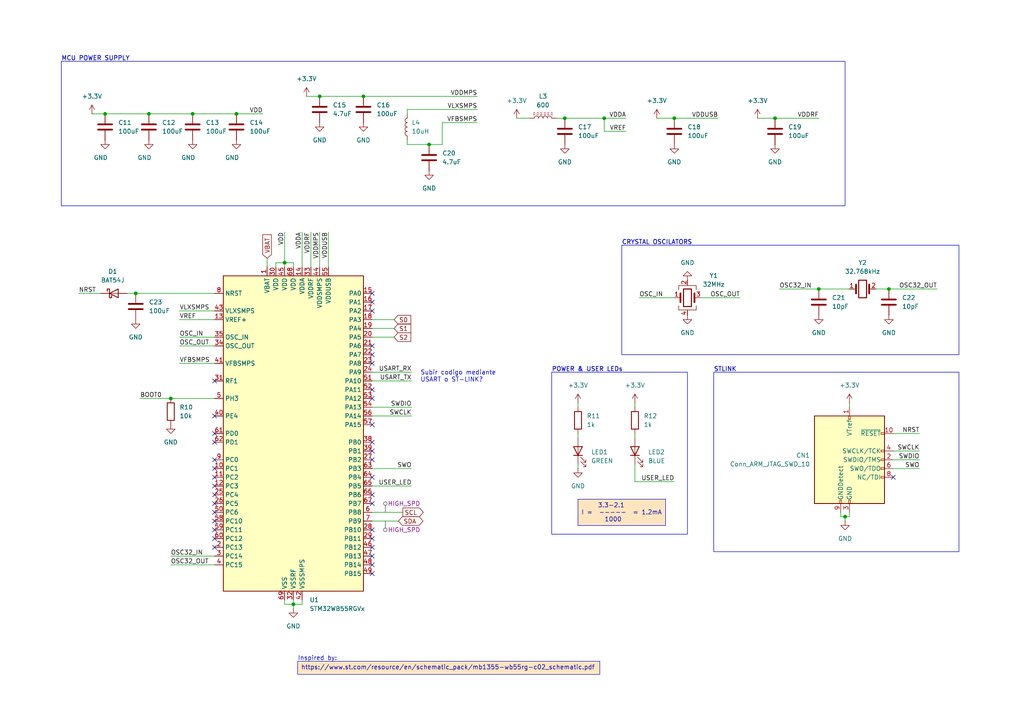
<source format=kicad_sch>
(kicad_sch (version 20250114) (generator "eeschema") (generator_version "9.0")
  (paper "A4")
  (lib_symbols
    (symbol "Connector:Conn_ARM_JTAG_SWD_10" (pin_names (offset 1.016))
      (property "Reference" "J" (at -2.54 16.51 0))
      (property "Value" "Conn_ARM_JTAG_SWD_10" (at -2.54 13.97 0))
      (symbol "Conn_ARM_JTAG_SWD_10_0_1"
        (rectangle (start -10.16 12.7) (end 10.16 -12.7) (stroke (width 0.254)) (fill (type background)))
        (rectangle (start -2.794 -12.7) (end -2.286 -11.684))
        (rectangle (start -0.254 12.7) (end 0.254 11.684))
        (rectangle (start -0.254 -12.7) (end 0.254 -11.684))
        (rectangle (start 9.144 2.286) (end 10.16 2.794))
        (rectangle (start 10.16 7.874) (end 9.144 7.366))
        (rectangle (start 10.16 -0.254) (end 9.144 0.254))
        (rectangle (start 10.16 -2.794) (end 9.144 -2.286))
      )
      (symbol "Conn_ARM_JTAG_SWD_10_1_1"
        (rectangle (start 9.144 -5.334) (end 10.16 -4.826))
        (pin no_connect line (at -10.16 0 0) (length 2.54) (hide yes) (name "KEY") (number "7"))
        (pin passive line (at -2.54 -15.24 90) (length 2.54) (name "GNDDetect") (number "9"))
        (pin power_in line (at 0 15.24 270) (length 2.54) (name "VTref") (number "1"))
        (pin power_in line (at 0 -15.24 90) (length 2.54) (name "GND") (number "3"))
        (pin passive line (at 0 -15.24 90) (length 2.54) (hide yes) (name "GND") (number "5"))
        (pin open_collector line (at 12.7 7.62 180) (length 2.54) (name "~{RESET}") (number "10"))
        (pin output line (at 12.7 2.54 180) (length 2.54) (name "SWCLK/TCK") (number "4"))
        (pin bidirectional line (at 12.7 0 180) (length 2.54) (name "SWDIO/TMS") (number "2"))
        (pin input line (at 12.7 -2.54 180) (length 2.54) (name "SWO/TDO") (number "6"))
        (pin output line (at 12.7 -5.08 180) (length 2.54) (name "NC/TDI") (number "8"))
      )
    )
    (symbol "Device:C" (pin_numbers (hide yes)) (pin_names (offset 0.254))
      (property "Reference" "C" (at 0.635 2.54 0))
      (property "Value" "C" (at 0.635 -2.54 0))
      (symbol "C_0_1"
        (polyline (pts (xy -2.032 0.762) (xy 2.032 0.762)) (stroke (width 0.508)))
        (polyline (pts (xy -2.032 -0.762) (xy 2.032 -0.762)) (stroke (width 0.508)))
      )
      (symbol "C_1_1"
        (pin passive line (at 0 3.81 270) (length 2.794) (name "~") (number "1"))
        (pin passive line (at 0 -3.81 90) (length 2.794) (name "~") (number "2"))
      )
    )
    (symbol "Device:Crystal" (pin_names (offset 1.016) (hide yes))
      (property "Reference" "Y" (at 0 3.81 0))
      (property "Value" "Crystal" (at 0 -3.81 0))
      (symbol "Crystal_0_1"
        (polyline (pts (xy -2.54 0) (xy -1.905 0)))
        (polyline (pts (xy -1.905 -1.27) (xy -1.905 1.27)) (stroke (width 0.508)))
        (rectangle (start -1.143 2.54) (end 1.143 -2.54) (stroke (width 0.3048)))
        (polyline (pts (xy 1.905 -1.27) (xy 1.905 1.27)) (stroke (width 0.508)))
        (polyline (pts (xy 2.54 0) (xy 1.905 0)))
      )
      (symbol "Crystal_1_1"
        (pin passive line (at -3.81 0 0) (length 1.27) (name "1") (number "1"))
        (pin passive line (at 3.81 0 180) (length 1.27) (name "2") (number "2"))
      )
    )
    (symbol "Device:Crystal_GND24" (pin_names (offset 1.016) (hide yes))
      (property "Reference" "Y" (at 3.175 5.08 0))
      (property "Value" "Crystal_GND24" (at 3.175 3.175 0))
      (symbol "Crystal_GND24_0_1"
        (polyline (pts (xy -2.54 2.286) (xy -2.54 3.556) (xy 2.54 3.556) (xy 2.54 2.286)))
        (polyline (pts (xy -2.54 0) (xy -2.032 0)))
        (polyline (pts (xy -2.54 -2.286) (xy -2.54 -3.556) (xy 2.54 -3.556) (xy 2.54 -2.286)))
        (polyline (pts (xy -2.032 -1.27) (xy -2.032 1.27)) (stroke (width 0.508)))
        (rectangle (start -1.143 2.54) (end 1.143 -2.54) (stroke (width 0.3048)))
        (polyline (pts (xy 0 3.556) (xy 0 3.81)))
        (polyline (pts (xy 0 -3.81) (xy 0 -3.556)))
        (polyline (pts (xy 2.032 0) (xy 2.54 0)))
        (polyline (pts (xy 2.032 -1.27) (xy 2.032 1.27)) (stroke (width 0.508)))
      )
      (symbol "Crystal_GND24_1_1"
        (pin passive line (at -3.81 0 0) (length 1.27) (name "1") (number "1"))
        (pin passive line (at 0 5.08 270) (length 1.27) (name "2") (number "2"))
        (pin passive line (at 0 -5.08 90) (length 1.27) (name "4") (number "4"))
        (pin passive line (at 3.81 0 180) (length 1.27) (name "3") (number "3"))
      )
    )
    (symbol "Device:L" (pin_numbers (hide yes)) (pin_names (offset 1.016) (hide yes))
      (property "Reference" "L" (at -1.27 0 90))
      (property "Value" "L" (at 1.905 0 90))
      (symbol "L_0_1"
        (arc (start 0 2.54) (mid 0.6323 1.905) (end 0 1.27))
        (arc (start 0 1.27) (mid 0.6323 0.635) (end 0 0))
        (arc (start 0 0) (mid 0.6323 -0.635) (end 0 -1.27))
        (arc (start 0 -1.27) (mid 0.6323 -1.905) (end 0 -2.54))
      )
      (symbol "L_1_1"
        (pin passive line (at 0 3.81 270) (length 1.27) (name "1") (number "1"))
        (pin passive line (at 0 -3.81 90) (length 1.27) (name "2") (number "2"))
      )
    )
    (symbol "Device:LED" (pin_numbers (hide yes)) (pin_names (offset 1.016) (hide yes))
      (property "Reference" "D" (at 0 2.54 0))
      (property "Value" "LED" (at 0 -2.54 0))
      (symbol "LED_0_1"
        (polyline (pts (xy -3.048 -0.762) (xy -4.572 -2.286) (xy -3.81 -2.286) (xy -4.572 -2.286) (xy -4.572 -1.524)))
        (polyline (pts (xy -1.778 -0.762) (xy -3.302 -2.286) (xy -2.54 -2.286) (xy -3.302 -2.286) (xy -3.302 -1.524)))
        (polyline (pts (xy -1.27 0) (xy 1.27 0)))
        (polyline (pts (xy -1.27 -1.27) (xy -1.27 1.27)) (stroke (width 0.254)))
        (polyline (pts (xy 1.27 -1.27) (xy 1.27 1.27) (xy -1.27 0) (xy 1.27 -1.27)) (stroke (width 0.254)))
      )
      (symbol "LED_1_1"
        (pin passive line (at -3.81 0 0) (length 2.54) (name "K") (number "1"))
        (pin passive line (at 3.81 0 180) (length 2.54) (name "A") (number "2"))
      )
    )
    (symbol "Device:L_Ferrite" (pin_numbers (hide yes)) (pin_names (offset 1.016) (hide yes))
      (property "Reference" "L" (at -1.27 0 90))
      (property "Value" "L_Ferrite" (at 2.794 0 90))
      (symbol "L_Ferrite_0_1"
        (arc (start 0 2.54) (mid 0.6323 1.905) (end 0 1.27))
        (arc (start 0 1.27) (mid 0.6323 0.635) (end 0 0))
        (arc (start 0 0) (mid 0.6323 -0.635) (end 0 -1.27))
        (arc (start 0 -1.27) (mid 0.6323 -1.905) (end 0 -2.54))
        (polyline (pts (xy 1.016 2.286) (xy 1.016 2.794)))
        (polyline (pts (xy 1.016 1.27) (xy 1.016 1.778)))
        (polyline (pts (xy 1.016 0.254) (xy 1.016 0.762)))
        (polyline (pts (xy 1.016 -0.762) (xy 1.016 -0.254)))
        (polyline (pts (xy 1.016 -1.778) (xy 1.016 -1.27)))
        (polyline (pts (xy 1.016 -2.794) (xy 1.016 -2.286)))
        (polyline (pts (xy 1.524 2.794) (xy 1.524 2.286)))
        (polyline (pts (xy 1.524 1.778) (xy 1.524 1.27)))
        (polyline (pts (xy 1.524 0.762) (xy 1.524 0.254)))
        (polyline (pts (xy 1.524 -0.254) (xy 1.524 -0.762)))
        (polyline (pts (xy 1.524 -1.27) (xy 1.524 -1.778)))
        (polyline (pts (xy 1.524 -2.286) (xy 1.524 -2.794)))
      )
      (symbol "L_Ferrite_1_1"
        (pin passive line (at 0 3.81 270) (length 1.27) (name "1") (number "1"))
        (pin passive line (at 0 -3.81 90) (length 1.27) (name "2") (number "2"))
      )
    )
    (symbol "Device:R" (pin_numbers (hide yes)) (pin_names (offset 0))
      (property "Reference" "R" (at 2.032 0 90))
      (property "Value" "R" (at 0 0 90))
      (symbol "R_0_1"
        (rectangle (start -1.016 -2.54) (end 1.016 2.54) (stroke (width 0.254)))
      )
      (symbol "R_1_1"
        (pin passive line (at 0 3.81 270) (length 1.27) (name "~") (number "1"))
        (pin passive line (at 0 -3.81 90) (length 1.27) (name "~") (number "2"))
      )
    )
    (symbol "Diode:BAT54J" (pin_numbers (hide yes)) (pin_names (offset 1.016) (hide yes))
      (property "Reference" "D" (at 0 2.54 0))
      (property "Value" "BAT54J" (at 0 -2.54 0))
      (symbol "BAT54J_0_1"
        (polyline (pts (xy -1.905 0.635) (xy -1.905 1.27) (xy -1.27 1.27) (xy -1.27 -1.27) (xy -0.635 -1.27) (xy -0.635 -0.635)) (stroke (width 0.254)))
        (polyline (pts (xy 1.27 1.27) (xy 1.27 -1.27) (xy -1.27 0) (xy 1.27 1.27)) (stroke (width 0.254)))
        (polyline (pts (xy 1.27 0) (xy -1.27 0)))
      )
      (symbol "BAT54J_1_1"
        (pin passive line (at -3.81 0 0) (length 2.54) (name "K") (number "1"))
        (pin passive line (at 3.81 0 180) (length 2.54) (name "A") (number "2"))
      )
    )
    (symbol "MCU_ST_STM32WB:STM32WB55RGVx"
      (property "Reference" "U" (at -20.32 46.99 0))
      (property "Value" "STM32WB55RGVx" (at 12.7 46.99 0))
      (symbol "STM32WB55RGVx_0_1"
        (rectangle (start -20.32 -45.72) (end 20.32 45.72) (stroke (width 0.254)) (fill (type background)))
      )
      (symbol "STM32WB55RGVx_1_1"
        (pin input line (at -22.86 40.64 0) (length 2.54) (name "NRST") (number "8"))
        (pin power_in line (at -22.86 35.56 0) (length 2.54) (name "VLXSMPS") (number "43"))
        (pin input line (at -22.86 33.02 0) (length 2.54) (name "VREF+") (number "13"))
        (pin input line (at -22.86 27.94 0) (length 2.54) (name "OSC_IN") (number "35"))
        (pin input line (at -22.86 25.4 0) (length 2.54) (name "OSC_OUT") (number "34"))
        (pin input line (at -22.86 20.32 0) (length 2.54) (name "VFBSMPS") (number "41"))
        (pin bidirectional line (at -22.86 15.24 0) (length 2.54) (name "RF1") (number "31"))
        (pin bidirectional line (at -22.86 10.16 0) (length 2.54) (name "PH3") (number "5"))
        (pin bidirectional line (at -22.86 5.08 0) (length 2.54) (name "PE4") (number "40"))
        (pin bidirectional line (at -22.86 0 0) (length 2.54) (name "PD0") (number "61"))
        (pin bidirectional line (at -22.86 -2.54 0) (length 2.54) (name "PD1") (number "62"))
        (pin bidirectional line (at -22.86 -7.62 0) (length 2.54) (name "PC0") (number "9"))
        (pin bidirectional line (at -22.86 -10.16 0) (length 2.54) (name "PC1") (number "10"))
        (pin bidirectional line (at -22.86 -12.7 0) (length 2.54) (name "PC2") (number "11"))
        (pin bidirectional line (at -22.86 -15.24 0) (length 2.54) (name "PC3") (number "12"))
        (pin bidirectional line (at -22.86 -17.78 0) (length 2.54) (name "PC4") (number "25"))
        (pin bidirectional line (at -22.86 -20.32 0) (length 2.54) (name "PC5") (number "26"))
        (pin bidirectional line (at -22.86 -22.86 0) (length 2.54) (name "PC6") (number "50"))
        (pin bidirectional line (at -22.86 -25.4 0) (length 2.54) (name "PC10") (number "58"))
        (pin bidirectional line (at -22.86 -27.94 0) (length 2.54) (name "PC11") (number "59"))
        (pin bidirectional line (at -22.86 -30.48 0) (length 2.54) (name "PC12") (number "60"))
        (pin bidirectional line (at -22.86 -33.02 0) (length 2.54) (name "PC13") (number "2"))
        (pin bidirectional line (at -22.86 -35.56 0) (length 2.54) (name "PC14") (number "3"))
        (pin bidirectional line (at -22.86 -38.1 0) (length 2.54) (name "PC15") (number "4"))
        (pin no_connect line (at -20.32 -43.18 0) (length 2.54) (hide yes) (name "AT1") (number "37"))
        (pin no_connect line (at -20.32 -45.72 0) (length 2.54) (hide yes) (name "AT0") (number "36"))
        (pin power_in line (at -7.62 48.26 270) (length 2.54) (name "VBAT") (number "1"))
        (pin power_in line (at -5.08 48.26 270) (length 2.54) (name "VDD") (number "30"))
        (pin power_in line (at -2.54 48.26 270) (length 2.54) (name "VDD") (number "45"))
        (pin power_in line (at -2.54 -48.26 90) (length 2.54) (name "VSS") (number "69"))
        (pin power_in line (at 0 48.26 270) (length 2.54) (name "VDD") (number "68"))
        (pin power_in line (at 0 -48.26 90) (length 2.54) (name "VSSRF") (number "32"))
        (pin power_in line (at 2.54 48.26 270) (length 2.54) (name "VDDA") (number "14"))
        (pin power_in line (at 2.54 -48.26 90) (length 2.54) (name "VSSSMPS") (number "42"))
        (pin power_in line (at 5.08 48.26 270) (length 2.54) (name "VDDRF") (number "33"))
        (pin power_in line (at 7.62 48.26 270) (length 2.54) (name "VDDSMPS") (number "44"))
        (pin power_in line (at 10.16 48.26 270) (length 2.54) (name "VDDUSB") (number "55"))
        (pin bidirectional line (at 22.86 40.64 180) (length 2.54) (name "PA0") (number "15"))
        (pin bidirectional line (at 22.86 38.1 180) (length 2.54) (name "PA1") (number "16"))
        (pin bidirectional line (at 22.86 35.56 180) (length 2.54) (name "PA2") (number "17"))
        (pin bidirectional line (at 22.86 33.02 180) (length 2.54) (name "PA3") (number "18"))
        (pin bidirectional line (at 22.86 30.48 180) (length 2.54) (name "PA4") (number "19"))
        (pin bidirectional line (at 22.86 27.94 180) (length 2.54) (name "PA5") (number "20"))
        (pin bidirectional line (at 22.86 25.4 180) (length 2.54) (name "PA6") (number "21"))
        (pin bidirectional line (at 22.86 22.86 180) (length 2.54) (name "PA7") (number "22"))
        (pin bidirectional line (at 22.86 20.32 180) (length 2.54) (name "PA8") (number "23"))
        (pin bidirectional line (at 22.86 17.78 180) (length 2.54) (name "PA9") (number "24"))
        (pin bidirectional line (at 22.86 15.24 180) (length 2.54) (name "PA10") (number "51"))
        (pin bidirectional line (at 22.86 12.7 180) (length 2.54) (name "PA11") (number "52"))
        (pin bidirectional line (at 22.86 10.16 180) (length 2.54) (name "PA12") (number "53"))
        (pin bidirectional line (at 22.86 7.62 180) (length 2.54) (name "PA13") (number "54"))
        (pin bidirectional line (at 22.86 5.08 180) (length 2.54) (name "PA14") (number "56"))
        (pin bidirectional line (at 22.86 2.54 180) (length 2.54) (name "PA15") (number "57"))
        (pin bidirectional line (at 22.86 -2.54 180) (length 2.54) (name "PB0") (number "38"))
        (pin bidirectional line (at 22.86 -5.08 180) (length 2.54) (name "PB1") (number "39"))
        (pin bidirectional line (at 22.86 -7.62 180) (length 2.54) (name "PB2") (number "27"))
        (pin bidirectional line (at 22.86 -10.16 180) (length 2.54) (name "PB3") (number "63"))
        (pin bidirectional line (at 22.86 -12.7 180) (length 2.54) (name "PB4") (number "64"))
        (pin bidirectional line (at 22.86 -15.24 180) (length 2.54) (name "PB5") (number "65"))
        (pin bidirectional line (at 22.86 -17.78 180) (length 2.54) (name "PB6") (number "66"))
        (pin bidirectional line (at 22.86 -20.32 180) (length 2.54) (name "PB7") (number "67"))
        (pin bidirectional line (at 22.86 -22.86 180) (length 2.54) (name "PB8") (number "6"))
        (pin bidirectional line (at 22.86 -25.4 180) (length 2.54) (name "PB9") (number "7"))
        (pin bidirectional line (at 22.86 -27.94 180) (length 2.54) (name "PB10") (number "28"))
        (pin bidirectional line (at 22.86 -30.48 180) (length 2.54) (name "PB11") (number "29"))
        (pin bidirectional line (at 22.86 -33.02 180) (length 2.54) (name "PB12") (number "46"))
        (pin bidirectional line (at 22.86 -35.56 180) (length 2.54) (name "PB13") (number "47"))
        (pin bidirectional line (at 22.86 -38.1 180) (length 2.54) (name "PB14") (number "48"))
        (pin bidirectional line (at 22.86 -40.64 180) (length 2.54) (name "PB15") (number "49"))
      )
    )
    (symbol "power:+3.3V" (power) (pin_numbers (hide yes)) (pin_names (offset 0) (hide yes))
      (property "Value" "+3.3V" (at 0 3.556 0))
      (symbol "+3.3V_0_1"
        (polyline (pts (xy -0.762 1.27) (xy 0 2.54)))
        (polyline (pts (xy 0 2.54) (xy 0.762 1.27)))
        (polyline (pts (xy 0 0) (xy 0 2.54)))
      )
      (symbol "+3.3V_1_1"
        (pin power_in line (at 0 0 90) (length 0) (name "~") (number "1"))
      )
    )
    (symbol "power:GND" (power) (pin_numbers (hide yes)) (pin_names (offset 0) (hide yes))
      (property "Value" "GND" (at 0 -3.81 0))
      (symbol "GND_0_1"
        (polyline (pts (xy 0 0) (xy 0 -1.27) (xy 1.27 -1.27) (xy 0 -2.54) (xy -1.27 -1.27) (xy 0 -1.27)))
      )
      (symbol "GND_1_1"
        (pin power_in line (at 0 0 270) (length 0) (name "~") (number "1"))
      )
    )
  )
  (rectangle (start 180.34 71.12) (end 278.13 102.87))
  (rectangle (start 17.78 17.78) (end 245.11 59.69))
  (rectangle (start 207.01 107.95) (end 278.13 160.02))
  (rectangle (start 160.02 107.95) (end 199.39 154.94))
  (text "STLINK" (at 207.01 107.95 0) (effects (font (size 1.27 1.27) (thickness 0.1905)) (justify left bottom)))
  (text "Inspired by:" (at 86.36 191.77 0) (effects (font (size 1.27 1.27)) (justify left bottom)))
  (text "CRYSTAL OSCILATORS" (at 180.34 71.12 0) (effects (font (size 1.27 1.27) (thickness 0.1905)) (justify left bottom)))
  (text "POWER & USER LEDs" (at 160.02 107.95 0) (effects (font (size 1.27 1.27) (thickness 0.1905)) (justify left bottom)))
  (text "Subir codigo mediante\nUSART o ST-LINK?" (at 121.92 109.22 0) (effects (font (size 1.27 1.27)) (justify left)))
  (text "MCU POWER SUPPLY" (at 17.78 17.78 0) (effects (font (size 1.27 1.27) (thickness 0.1905)) (justify left bottom)))
  (text_box "	3.3-2.1\nI =  -----  = 1.2mA\n	  1000" (at 167.64 144.78 0) (size 25.4 7.62) (margins 0.9525 0.9525 0.9525 0.9525) (fill (type color) (color 255 229 191 1)) (effects (font (size 1.27 1.27)) (justify left top)))
  (text_box "https://www.st.com/resource/en/schematic_pack/mb1355-wb55rg-c02_schematic.pdf" (at 86.36 191.77 0) (size 87.63 3.81) (margins 0.9525 0.9525 0.9525 0.9525) (fill (type color) (color 255 229 191 1)) (effects (font (size 1.27 1.27)) (justify left top)))
  (junction (at 224.79 34.29))
  (junction (at 43.18 33.02))
  (junction (at 105.41 27.94))
  (junction (at 245.11 149.86))
  (junction (at 30.48 33.02))
  (junction (at 175.26 34.29))
  (junction (at 124.46 41.91))
  (junction (at 82.55 76.2))
  (junction (at 237.49 83.82))
  (junction (at 257.81 83.82))
  (junction (at 85.09 175.26))
  (junction (at 68.58 33.02))
  (junction (at 39.37 85.09))
  (junction (at 163.83 34.29))
  (junction (at 195.58 34.29))
  (junction (at 55.88 33.02))
  (junction (at 49.53 115.57))
  (junction (at 92.71 27.94))
  (no_connect (at 107.95 143.51))
  (no_connect (at 107.95 102.87))
  (no_connect (at 62.23 128.27))
  (no_connect (at 107.95 163.83))
  (no_connect (at 62.23 158.75))
  (no_connect (at 107.95 158.75))
  (no_connect (at 62.23 151.13))
  (no_connect (at 107.95 130.81))
  (no_connect (at 107.95 166.37))
  (no_connect (at 107.95 133.35))
  (no_connect (at 107.95 153.67))
  (no_connect (at 62.23 148.59))
  (no_connect (at 107.95 87.63))
  (no_connect (at 62.23 125.73))
  (no_connect (at 107.95 146.05))
  (no_connect (at 62.23 153.67))
  (no_connect (at 107.95 105.41))
  (no_connect (at 62.23 138.43))
  (no_connect (at 62.23 120.65))
  (no_connect (at 259.08 138.43))
  (no_connect (at 107.95 115.57))
  (no_connect (at 107.95 100.33))
  (no_connect (at 62.23 140.97))
  (no_connect (at 107.95 138.43))
  (no_connect (at 62.23 110.49))
  (no_connect (at 62.23 146.05))
  (no_connect (at 107.95 128.27))
  (no_connect (at 107.95 123.19))
  (no_connect (at 62.23 143.51))
  (no_connect (at 107.95 113.03))
  (no_connect (at 107.95 90.17))
  (no_connect (at 107.95 156.21))
  (no_connect (at 62.23 156.21))
  (no_connect (at 62.23 133.35))
  (no_connect (at 107.95 161.29))
  (no_connect (at 62.23 135.89))
  (no_connect (at 107.95 85.09))
  (wire (pts (xy 26.67 33.02) (xy 30.48 33.02)))
  (wire (pts (xy 43.18 33.02) (xy 55.88 33.02)))
  (wire (pts (xy 259.08 135.89) (xy 266.7 135.89)))
  (wire (pts (xy 246.38 149.86) (xy 246.38 148.59)))
  (wire (pts (xy 226.06 83.82) (xy 237.49 83.82)))
  (wire (pts (xy 118.11 33.02) (xy 118.11 31.75)))
  (wire (pts (xy 49.53 115.57) (xy 62.23 115.57)))
  (wire (pts (xy 55.88 33.02) (xy 68.58 33.02)))
  (wire (pts (xy 184.15 116.84) (xy 184.15 118.11)))
  (wire (pts (xy 167.64 135.89) (xy 167.64 134.62)))
  (wire (pts (xy 85.09 175.26) (xy 85.09 173.99)))
  (wire (pts (xy 87.63 173.99) (xy 87.63 175.26)))
  (wire (pts (xy 82.55 175.26) (xy 85.09 175.26)))
  (wire (pts (xy 52.07 90.17) (xy 62.23 90.17)))
  (wire (pts (xy 39.37 85.09) (xy 62.23 85.09)))
  (wire (pts (xy 107.95 120.65) (xy 119.38 120.65)))
  (wire (pts (xy 107.95 148.59) (xy 116.84 148.59)))
  (wire (pts (xy 90.17 67.31) (xy 90.17 77.47)))
  (wire (pts (xy 219.71 34.29) (xy 224.79 34.29)))
  (wire (pts (xy 92.71 67.31) (xy 92.71 77.47)))
  (wire (pts (xy 184.15 139.7) (xy 195.58 139.7)))
  (wire (pts (xy 259.08 130.81) (xy 266.7 130.81)))
  (wire (pts (xy 190.5 34.29) (xy 195.58 34.29)))
  (wire (pts (xy 105.41 27.94) (xy 138.43 27.94)))
  (wire (pts (xy 257.81 83.82) (xy 271.78 83.82)))
  (wire (pts (xy 85.09 76.2) (xy 85.09 77.47)))
  (wire (pts (xy 40.64 115.57) (xy 49.53 115.57)))
  (wire (pts (xy 246.38 116.84) (xy 246.38 118.11)))
  (wire (pts (xy 30.48 33.02) (xy 43.18 33.02)))
  (wire (pts (xy 77.47 74.93) (xy 77.47 77.47)))
  (wire (pts (xy 52.07 100.33) (xy 62.23 100.33)))
  (wire (pts (xy 118.11 31.75) (xy 138.43 31.75)))
  (wire (pts (xy 118.11 40.64) (xy 118.11 41.91)))
  (wire (pts (xy 76.2 33.02) (xy 68.58 33.02)))
  (wire (pts (xy 243.84 149.86) (xy 245.11 149.86)))
  (wire (pts (xy 175.26 34.29) (xy 181.61 34.29)))
  (wire (pts (xy 107.95 118.11) (xy 119.38 118.11)))
  (wire (pts (xy 149.86 34.29) (xy 153.67 34.29)))
  (wire (pts (xy 167.64 125.73) (xy 167.64 127)))
  (wire (pts (xy 245.11 149.86) (xy 245.11 151.13)))
  (wire (pts (xy 52.07 92.71) (xy 62.23 92.71)))
  (wire (pts (xy 163.83 34.29) (xy 175.26 34.29)))
  (wire (pts (xy 185.42 86.36) (xy 195.58 86.36)))
  (wire (pts (xy 82.55 67.31) (xy 82.55 76.2)))
  (wire (pts (xy 49.53 163.83) (xy 62.23 163.83)))
  (wire (pts (xy 82.55 76.2) (xy 85.09 76.2)))
  (wire (pts (xy 118.11 41.91) (xy 124.46 41.91)))
  (wire (pts (xy 49.53 161.29) (xy 62.23 161.29)))
  (wire (pts (xy 88.9 27.94) (xy 92.71 27.94)))
  (wire (pts (xy 87.63 175.26) (xy 85.09 175.26)))
  (wire (pts (xy 128.27 41.91) (xy 124.46 41.91)))
  (wire (pts (xy 184.15 125.73) (xy 184.15 127)))
  (wire (pts (xy 92.71 27.94) (xy 105.41 27.94)))
  (wire (pts (xy 82.55 76.2) (xy 80.01 76.2)))
  (wire (pts (xy 237.49 83.82) (xy 246.38 83.82)))
  (wire (pts (xy 175.26 38.1) (xy 181.61 38.1)))
  (wire (pts (xy 87.63 67.31) (xy 87.63 77.47)))
  (wire (pts (xy 80.01 77.47) (xy 80.01 76.2)))
  (wire (pts (xy 82.55 76.2) (xy 82.55 77.47)))
  (wire (pts (xy 161.29 34.29) (xy 163.83 34.29)))
  (wire (pts (xy 52.07 97.79) (xy 62.23 97.79)))
  (wire (pts (xy 82.55 173.99) (xy 82.55 175.26)))
  (wire (pts (xy 52.07 105.41) (xy 62.23 105.41)))
  (wire (pts (xy 203.2 86.36) (xy 214.63 86.36)))
  (wire (pts (xy 36.83 85.09) (xy 39.37 85.09)))
  (wire (pts (xy 259.08 133.35) (xy 266.7 133.35)))
  (wire (pts (xy 259.08 125.73) (xy 266.7 125.73)))
  (wire (pts (xy 167.64 116.84) (xy 167.64 118.11)))
  (wire (pts (xy 128.27 35.56) (xy 128.27 41.91)))
  (wire (pts (xy 243.84 148.59) (xy 243.84 149.86)))
  (wire (pts (xy 107.95 110.49) (xy 119.38 110.49)))
  (wire (pts (xy 107.95 140.97) (xy 119.38 140.97)))
  (wire (pts (xy 245.11 149.86) (xy 246.38 149.86)))
  (wire (pts (xy 95.25 67.31) (xy 95.25 77.47)))
  (wire (pts (xy 107.95 97.79) (xy 114.3 97.79)))
  (wire (pts (xy 175.26 34.29) (xy 175.26 38.1)))
  (wire (pts (xy 184.15 134.62) (xy 184.15 139.7)))
  (wire (pts (xy 195.58 34.29) (xy 208.28 34.29)))
  (wire (pts (xy 254 83.82) (xy 257.81 83.82)))
  (wire (pts (xy 107.95 135.89) (xy 119.38 135.89)))
  (wire (pts (xy 22.86 85.09) (xy 29.21 85.09)))
  (wire (pts (xy 107.95 151.13) (xy 115.57 151.13)))
  (wire (pts (xy 107.95 95.25) (xy 114.3 95.25)))
  (wire (pts (xy 224.79 34.29) (xy 237.49 34.29)))
  (wire (pts (xy 128.27 35.56) (xy 138.43 35.56)))
  (wire (pts (xy 85.09 176.53) (xy 85.09 175.26)))
  (wire (pts (xy 107.95 107.95) (xy 119.38 107.95)))
  (wire (pts (xy 107.95 92.71) (xy 114.3 92.71)))
  (label "SWCLK" (at 266.7 130.81 180))
  (label "SWDIO" (at 266.7 133.35 180))
  (label "VLXSMPS" (at 52.07 90.17 0))
  (label "USER_LED" (at 195.58 139.7 180))
  (label "OSC_OUT" (at 52.07 100.33 0))
  (label "VDDMPS" (at 92.71 67.31 270))
  (label "VDDUSB" (at 208.28 34.29 180))
  (label "OSC_OUT" (at 214.63 86.36 180))
  (label "VDDA" (at 181.61 34.29 180))
  (label "VDDUSB" (at 95.25 67.31 270))
  (label "SWCLK" (at 119.38 120.65 180))
  (label "NRST" (at 22.86 85.09 0))
  (label "NRST" (at 266.7 125.73 180))
  (label "OSC32_IN" (at 49.53 161.29 0))
  (label "VFBSMPS" (at 138.43 35.56 180))
  (label "VLXSMPS" (at 138.43 31.75 180))
  (label "VDD" (at 82.55 67.31 270))
  (label "VDDRF" (at 90.17 67.31 270))
  (label "OSC_IN" (at 185.42 86.36 0))
  (label "BOOT0" (at 40.64 115.57 0))
  (label "VREF" (at 181.61 38.1 180))
  (label "OSC32_OUT" (at 271.78 83.82 180))
  (label "VDDMPS" (at 138.43 27.94 180))
  (label "VREF" (at 52.07 92.71 0))
  (label "USART_RX" (at 119.38 107.95 180))
  (label "USART_TX" (at 119.38 110.49 180))
  (label "VDDRF" (at 237.49 34.29 180))
  (label "SWO" (at 119.38 135.89 180))
  (label "OSC_IN" (at 52.07 97.79 0))
  (label "USER_LED" (at 119.38 140.97 180))
  (label "SWO" (at 266.7 135.89 180))
  (label "SWDIO" (at 119.38 118.11 180))
  (label "VDDA" (at 87.63 67.31 270))
  (label "VDD" (at 76.2 33.02 180))
  (label "OSC32_OUT" (at 49.53 163.83 0))
  (label "VFBSMPS" (at 52.07 105.41 0))
  (label "OSC32_IN" (at 226.06 83.82 0))
  (global_label "VBAT" (shape input) (at 77.47 74.93 90) (property "Intersheetrefs" "${INTERSHEET_REFS}" (effects (hide yes))))
  (global_label "S1" (shape input) (at 114.3 95.25 0) (property "Intersheetrefs" "${INTERSHEET_REFS}" (effects (hide yes))))
  (global_label "SDA" (shape bidirectional) (at 115.57 151.13 0) (property "Intersheetrefs" "${INTERSHEET_REFS}" (effects (hide yes))))
  (global_label "SCL" (shape output) (at 116.84 148.59 0) (property "Intersheetrefs" "${INTERSHEET_REFS}" (effects (hide yes))))
  (global_label "S0" (shape input) (at 114.3 92.71 0) (property "Intersheetrefs" "${INTERSHEET_REFS}" (effects (hide yes))))
  (global_label "S2" (shape input) (at 114.3 97.79 0) (property "Intersheetrefs" "${INTERSHEET_REFS}" (effects (hide yes))))
  (netclass_flag "" (length 2.54) (shape round) (at 111.76 151.13 180) (property "Netclass" "HIGH_SPD" (at 112.4585 153.67 0) (effects (justify left))))
  (netclass_flag "" (length 2.54) (shape round) (at 111.76 148.59 0) (property "Netclass" "HIGH_SPD" (at 112.4585 146.05 0) (effects (justify left))))
  (symbol (lib_id "power:GND") (at 68.58 40.64 0) (unit 1)
    (property "Reference" "#PWR021" (effects (hide yes)))
    (property "Value" "GND" (at 67.31 45.72 0))
    (property "Description" "Power symbol creates a global label with name \"GND\" , ground" (effects (hide yes)))
  )
  (symbol (lib_id "power:+3.3V") (at 26.67 33.02 0) (unit 1)
    (property "Reference" "#PWR038" (effects (hide yes)))
    (property "Value" "+3.3V" (at 26.67 27.94 0))
    (property "Description" "Power symbol creates a global label with name \"+3.3V\"" (effects (hide yes)))
  )
  (symbol (lib_id "power:+3.3V") (at 184.15 116.84 0) (unit 1)
    (property "Reference" "#PWR047" (effects (hide yes)))
    (property "Value" "+3.3V" (at 184.15 111.76 0))
    (property "Description" "Power symbol creates a global label with name \"+3.3V\"" (effects (hide yes)))
  )
  (symbol (lib_id "power:+3.3V") (at 167.64 116.84 0) (unit 1)
    (property "Reference" "#PWR046" (effects (hide yes)))
    (property "Value" "+3.3V" (at 167.64 111.76 0))
    (property "Description" "Power symbol creates a global label with name \"+3.3V\"" (effects (hide yes)))
  )
  (symbol (lib_id "Device:C") (at 43.18 36.83 180) (unit 1)
    (property "Reference" "C12" (at 46.99 35.5599 0) (effects (justify right)))
    (property "Value" "100uF" (at 46.99 38.0999 0) (effects (justify right)))
    (property "Description" "Unpolarized capacitor" (effects (hide yes)))
  )
  (symbol (lib_id "power:GND") (at 43.18 40.64 0) (unit 1)
    (property "Reference" "#PWR019" (effects (hide yes)))
    (property "Value" "GND" (at 41.91 45.72 0))
    (property "Description" "Power symbol creates a global label with name \"GND\" , ground" (effects (hide yes)))
  )
  (symbol (lib_id "Device:C") (at 92.71 31.75 180) (unit 1)
    (property "Reference" "C15" (at 96.52 30.4799 0) (effects (justify right)))
    (property "Value" "4.7uF" (at 96.52 33.0199 0) (effects (justify right)))
    (property "Description" "Unpolarized capacitor" (effects (hide yes)))
  )
  (symbol (lib_id "Device:R") (at 49.53 119.38 180) (unit 1)
    (property "Reference" "R10" (at 52.07 118.1099 0) (effects (justify right)))
    (property "Value" "10k" (at 52.07 120.6499 0) (effects (justify right)))
    (property "Description" "Resistor" (effects (hide yes)))
  )
  (symbol (lib_id "power:GND") (at 92.71 35.56 0) (unit 1)
    (property "Reference" "#PWR024" (effects (hide yes)))
    (property "Value" "GND" (at 92.71 40.64 0))
    (property "Description" "Power symbol creates a global label with name \"GND\" , ground" (effects (hide yes)))
  )
  (symbol (lib_id "Device:C") (at 163.83 38.1 180) (unit 1)
    (property "Reference" "C17" (at 167.64 36.8299 0) (effects (justify right)))
    (property "Value" "100uF" (at 167.64 39.3699 0) (effects (justify right)))
    (property "Description" "Unpolarized capacitor" (effects (hide yes)))
  )
  (symbol (lib_id "power:GND") (at 245.11 151.13 0) (unit 1)
    (property "Reference" "#PWR039" (effects (hide yes)))
    (property "Value" "GND" (at 245.11 156.21 0))
    (property "Description" "Power symbol creates a global label with name \"GND\" , ground" (effects (hide yes)))
  )
  (symbol (lib_id "power:+3.3V") (at 88.9 27.94 0) (unit 1)
    (property "Reference" "#PWR04" (effects (hide yes)))
    (property "Value" "+3.3V" (at 88.9 22.86 0))
    (property "Description" "Power symbol creates a global label with name \"+3.3V\"" (effects (hide yes)))
  )
  (symbol (lib_id "Device:C") (at 124.46 45.72 180) (unit 1)
    (property "Reference" "C20" (at 128.27 44.4499 0) (effects (justify right)))
    (property "Value" "4.7uF" (at 128.27 46.9899 0) (effects (justify right)))
    (property "Description" "Unpolarized capacitor" (effects (hide yes)))
  )
  (symbol (lib_id "power:GND") (at 30.48 40.64 0) (unit 1)
    (property "Reference" "#PWR013" (effects (hide yes)))
    (property "Value" "GND" (at 29.21 45.72 0))
    (property "Description" "Power symbol creates a global label with name \"GND\" , ground" (effects (hide yes)))
  )
  (symbol (lib_id "power:GND") (at 167.64 135.89 0) (unit 1)
    (property "Reference" "#PWR045" (effects (hide yes)))
    (property "Value" "GND" (at 167.64 140.97 0))
    (property "Description" "Power symbol creates a global label with name \"GND\" , ground" (effects (hide yes)))
  )
  (symbol (lib_id "power:GND") (at 85.09 176.53 0) (unit 1)
    (property "Reference" "#PWR042" (effects (hide yes)))
    (property "Value" "GND" (at 85.09 181.61 0))
    (property "Description" "Power symbol creates a global label with name \"GND\" , ground" (effects (hide yes)))
  )
  (symbol (lib_id "Device:LED") (at 167.64 130.81 90) (unit 1)
    (property "Reference" "LED1" (at 171.45 131.1274 90) (effects (justify right)))
    (property "Value" "GREEN" (at 171.45 133.6674 90) (effects (justify right)))
    (property "Footprint" "LED_SMD:LED_0603_1608Metric" (effects (hide yes)))
    (property "Description" "Light emitting diode" (effects (hide yes)))
    (property "Sim.Pins" "1=K 2=A" (effects (hide yes)))
    (property "Component" "APTD2012LCGCK" (effects (hide yes)))
    (property "Package" "LED_0805" (effects (hide yes)))
    (property "Manufacturer" " Kingbright" (effects (hide yes)))
    (property "Supplier Part #" "C5366381" (effects (hide yes)))
    (property "Supplier" "JLCPCB" (effects (hide yes)))
  )
  (symbol (lib_id "Device:C") (at 39.37 88.9 180) (unit 1)
    (property "Reference" "C23" (at 43.18 87.6299 0) (effects (justify right)))
    (property "Value" "100uF" (at 43.18 90.1699 0) (effects (justify right)))
    (property "Description" "Unpolarized capacitor" (effects (hide yes)))
  )
  (symbol (lib_id "Device:L_Ferrite") (at 157.48 34.29 90) (unit 1)
    (property "Reference" "L3" (at 157.48 27.94 90))
    (property "Value" "600" (at 157.48 30.48 90))
    (property "Footprint" "Inductor_SMD:L_0603_1608Metric" (effects (hide yes)))
    (property "Description" "Inductor with ferrite core" (effects (hide yes)))
    (property "Component" "FCM1608KF-601T02 " (effects (hide yes)))
    (property "Package" "L_0603" (effects (hide yes)))
    (property "Manufacturer" "TAI-TECH" (effects (hide yes)))
    (property "Supplier Part #" "C127281" (effects (hide yes)))
    (property "Supplier" "JLCPCB" (effects (hide yes)))
  )
  (symbol (lib_id "Device:L") (at 118.11 36.83 180) (unit 1)
    (property "Reference" "L4" (at 119.38 35.5599 0) (effects (justify right)))
    (property "Value" "10uH" (at 119.38 38.0999 0) (effects (justify right)))
    (property "Description" "Inductor" (effects (hide yes)))
  )
  (symbol (lib_id "Device:C") (at 257.81 87.63 180) (unit 1)
    (property "Reference" "C22" (at 261.62 86.3599 0) (effects (justify right)))
    (property "Value" "10pF" (at 261.62 88.8999 0) (effects (justify right)))
    (property "Description" "Unpolarized capacitor" (effects (hide yes)))
  )
  (symbol (lib_id "Device:C") (at 105.41 31.75 180) (unit 1)
    (property "Reference" "C16" (at 109.22 30.4799 0) (effects (justify right)))
    (property "Value" "100uF" (at 109.22 33.0199 0) (effects (justify right)))
    (property "Description" "Unpolarized capacitor" (effects (hide yes)))
  )
  (symbol (lib_id "Device:C") (at 195.58 38.1 180) (unit 1)
    (property "Reference" "C18" (at 199.39 36.8299 0) (effects (justify right)))
    (property "Value" "100uF" (at 199.39 39.3699 0) (effects (justify right)))
    (property "Description" "Unpolarized capacitor" (effects (hide yes)))
  )
  (symbol (lib_id "power:GND") (at 237.49 91.44 0) (unit 1)
    (property "Reference" "#PWR033" (effects (hide yes)))
    (property "Value" "GND" (at 237.49 96.52 0))
    (property "Description" "Power symbol creates a global label with name \"GND\" , ground" (effects (hide yes)))
  )
  (symbol (lib_id "Device:C") (at 55.88 36.83 180) (unit 1)
    (property "Reference" "C13" (at 59.69 35.5599 0) (effects (justify right)))
    (property "Value" "100uF" (at 59.69 38.0999 0) (effects (justify right)))
    (property "Description" "Unpolarized capacitor" (effects (hide yes)))
  )
  (symbol (lib_id "power:GND") (at 199.39 81.28 180) (unit 1)
    (property "Reference" "#PWR031" (effects (hide yes)))
    (property "Value" "GND" (at 199.39 76.2 0))
    (property "Description" "Power symbol creates a global label with name \"GND\" , ground" (effects (hide yes)))
  )
  (symbol (lib_id "power:GND") (at 39.37 92.71 0) (unit 1)
    (property "Reference" "#PWR035" (effects (hide yes)))
    (property "Value" "GND" (at 39.37 97.79 0))
    (property "Description" "Power symbol creates a global label with name \"GND\" , ground" (effects (hide yes)))
  )
  (symbol (lib_id "Device:C") (at 237.49 87.63 180) (unit 1)
    (property "Reference" "C21" (at 241.3 86.3599 0) (effects (justify right)))
    (property "Value" "10pF" (at 241.3 88.8999 0) (effects (justify right)))
    (property "Description" "Unpolarized capacitor" (effects (hide yes)))
  )
  (symbol (lib_id "Connector:Conn_ARM_JTAG_SWD_10") (at 246.38 133.35 0) (unit 1)
    (property "Reference" "CN1" (at 234.95 132.0799 0) (effects (justify right)))
    (property "Value" "Conn_ARM_JTAG_SWD_10" (at 234.95 134.6199 0) (effects (justify right)))
    (property "Footprint" "Connector_PinHeader_1.27mm:PinHeader_2x05_P1.27mm_Vertical" (effects (hide yes)))
    (property "Datasheet" "http://infocenter.arm.com/help/topic/com.arm.doc.ddi0314h/DDI0314H_coresight_components_trm.pdf" (effects (hide yes)))
    (property "Description" "Cortex Debug Connector, standard ARM Cortex-M SWD and JTAG interface" (effects (hide yes)))
  )
  (symbol (lib_id "Device:R") (at 184.15 121.92 0) (unit 1)
    (property "Reference" "R12" (at 186.69 120.6499 0) (effects (justify left)))
    (property "Value" "1k" (at 186.69 123.1899 0) (effects (justify left)))
    (property "Description" "Resistor" (effects (hide yes)))
  )
  (symbol (lib_id "power:+3.3V") (at 219.71 34.29 0) (unit 1)
    (property "Reference" "#PWR023" (effects (hide yes)))
    (property "Value" "+3.3V" (at 219.71 29.21 0))
    (property "Description" "Power symbol creates a global label with name \"+3.3V\"" (effects (hide yes)))
  )
  (symbol (lib_id "power:GND") (at 105.41 35.56 0) (unit 1)
    (property "Reference" "#PWR025" (effects (hide yes)))
    (property "Value" "GND" (at 105.41 40.64 0))
    (property "Description" "Power symbol creates a global label with name \"GND\" , ground" (effects (hide yes)))
  )
  (symbol (lib_id "power:GND") (at 199.39 91.44 0) (unit 1)
    (property "Reference" "#PWR032" (effects (hide yes)))
    (property "Value" "GND" (at 199.39 96.52 0))
    (property "Description" "Power symbol creates a global label with name \"GND\" , ground" (effects (hide yes)))
  )
  (symbol (lib_id "power:GND") (at 224.79 41.91 0) (unit 1)
    (property "Reference" "#PWR028" (effects (hide yes)))
    (property "Value" "GND" (at 224.79 46.99 0))
    (property "Description" "Power symbol creates a global label with name \"GND\" , ground" (effects (hide yes)))
  )
  (symbol (lib_id "power:GND") (at 55.88 40.64 0) (unit 1)
    (property "Reference" "#PWR020" (effects (hide yes)))
    (property "Value" "GND" (at 54.61 45.72 0))
    (property "Description" "Power symbol creates a global label with name \"GND\" , ground" (effects (hide yes)))
  )
  (symbol (lib_id "power:+3.3V") (at 190.5 34.29 0) (unit 1)
    (property "Reference" "#PWR022" (effects (hide yes)))
    (property "Value" "+3.3V" (at 190.5 29.21 0))
    (property "Description" "Power symbol creates a global label with name \"+3.3V\"" (effects (hide yes)))
  )
  (symbol (lib_id "power:GND") (at 163.83 41.91 0) (unit 1)
    (property "Reference" "#PWR026" (effects (hide yes)))
    (property "Value" "GND" (at 163.83 46.99 0))
    (property "Description" "Power symbol creates a global label with name \"GND\" , ground" (effects (hide yes)))
  )
  (symbol (lib_id "power:GND") (at 49.53 123.19 0) (unit 1)
    (property "Reference" "#PWR037" (effects (hide yes)))
    (property "Value" "GND" (at 49.53 128.27 0))
    (property "Description" "Power symbol creates a global label with name \"GND\" , ground" (effects (hide yes)))
  )
  (symbol (lib_id "power:GND") (at 124.46 49.53 0) (unit 1)
    (property "Reference" "#PWR029" (effects (hide yes)))
    (property "Value" "GND" (at 124.46 54.61 0))
    (property "Description" "Power symbol creates a global label with name \"GND\" , ground" (effects (hide yes)))
  )
  (symbol (lib_id "power:+3.3V") (at 149.86 34.29 0) (unit 1)
    (property "Reference" "#PWR017" (effects (hide yes)))
    (property "Value" "+3.3V" (at 149.86 29.21 0))
    (property "Description" "Power symbol creates a global label with name \"+3.3V\"" (effects (hide yes)))
  )
  (symbol (lib_id "Diode:BAT54J") (at 33.02 85.09 0) (unit 1)
    (property "Reference" "D1" (at 32.7025 78.74 0))
    (property "Value" "BAT54J" (at 32.7025 81.28 0))
    (property "Footprint" "Diode_SMD:D_SOD-323F" (effects (hide yes)))
    (property "Datasheet" "https://assets.nexperia.com/documents/data-sheet/BAT54J.pdf" (effects (hide yes)))
    (property "Description" "30V 200mA Schottky diode, SOD-323F" (effects (hide yes)))
    (property "Component" "BAT54JFILM " (effects (hide yes)))
    (property "Package" "SOD-323" (effects (hide yes)))
    (property "Manufacturer" "STMicroelectronics" (effects (hide yes)))
    (property "Supplier Part #" "C86299" (effects (hide yes)))
    (property "Supplier" "JLCPCB" (effects (hide yes)))
  )
  (symbol (lib_id "power:GND") (at 257.81 91.44 0) (unit 1)
    (property "Reference" "#PWR034" (effects (hide yes)))
    (property "Value" "GND" (at 257.81 96.52 0))
    (property "Description" "Power symbol creates a global label with name \"GND\" , ground" (effects (hide yes)))
  )
  (symbol (lib_id "Device:LED") (at 184.15 130.81 90) (unit 1)
    (property "Reference" "LED2" (at 187.96 131.1274 90) (effects (justify right)))
    (property "Value" "BLUE" (at 187.96 133.6674 90) (effects (justify right)))
    (property "Footprint" "LED_SMD:LED_0603_1608Metric" (effects (hide yes)))
    (property "Description" "Light emitting diode" (effects (hide yes)))
    (property "Sim.Pins" "1=K 2=A" (effects (hide yes)))
    (property "Component" "APTD2012LQBC/D" (effects (hide yes)))
    (property "Package" "LED_0805" (effects (hide yes)))
    (property "Manufacturer" " Kingbright" (effects (hide yes)))
    (property "Supplier Part #" "C5879058" (effects (hide yes)))
    (property "Supplier" "JLCPCB" (effects (hide yes)))
  )
  (symbol (lib_id "power:+3.3V") (at 246.38 116.84 0) (unit 1)
    (property "Reference" "#PWR036" (effects (hide yes)))
    (property "Value" "+3.3V" (at 246.38 111.76 0))
    (property "Description" "Power symbol creates a global label with name \"+3.3V\"" (effects (hide yes)))
  )
  (symbol (lib_id "Device:C") (at 30.48 36.83 180) (unit 1)
    (property "Reference" "C11" (at 34.29 35.5599 0) (effects (justify right)))
    (property "Value" "100uF" (at 34.29 38.0999 0) (effects (justify right)))
    (property "Description" "Unpolarized capacitor" (effects (hide yes)))
  )
  (symbol (lib_id "Device:Crystal_GND24") (at 199.39 86.36 0) (unit 1)
    (property "Reference" "Y1" (at 207.01 79.9398 0))
    (property "Value" "32MHz" (at 207.01 82.4798 0))
    (property "Footprint" "Crystal:Crystal_SMD_2016-4Pin_2.0x1.6mm" (effects (hide yes)))
    (property "Description" "Four pin crystal, GND on pins 2 and 4" (effects (hide yes)))
    (property "Component" "NX2016SA-32M-EXS00A-CS06465 " (effects (hide yes)))
    (property "Package" "SMD2016-4P" (effects (hide yes)))
    (property "Manufacturer" "NDK" (effects (hide yes)))
    (property "Supplier Part #" "C1986260" (effects (hide yes)))
    (property "Supplier" "JLCPCB" (effects (hide yes)))
  )
  (symbol (lib_id "Device:R") (at 167.64 121.92 0) (unit 1)
    (property "Reference" "R11" (at 170.18 120.6499 0) (effects (justify left)))
    (property "Value" "1k" (at 170.18 123.1899 0) (effects (justify left)))
    (property "Description" "Resistor" (effects (hide yes)))
  )
  (symbol (lib_id "power:GND") (at 195.58 41.91 0) (unit 1)
    (property "Reference" "#PWR027" (effects (hide yes)))
    (property "Value" "GND" (at 195.58 46.99 0))
    (property "Description" "Power symbol creates a global label with name \"GND\" , ground" (effects (hide yes)))
  )
  (symbol (lib_id "Device:Crystal") (at 250.19 83.82 0) (unit 1)
    (property "Reference" "Y2" (at 250.19 76.2 0))
    (property "Value" "32.768kHz" (at 250.19 78.74 0))
    (property "Footprint" "Crystal:Crystal_SMD_2012-2Pin_2.0x1.2mm" (effects (hide yes)))
    (property "Description" "Two pin crystal" (effects (hide yes)))
    (property "Component" "NX2012SA-32.768KHZ-STD-MUB-2" (effects (hide yes)))
    (property "Package" "SMD2012-2P" (effects (hide yes)))
    (property "Manufacturer" "NDK" (effects (hide yes)))
    (property "Supplier Part #" "C891748" (effects (hide yes)))
    (property "Supplier" "JLCPCB" (effects (hide yes)))
  )
  (symbol (lib_id "Device:C") (at 68.58 36.83 180) (unit 1)
    (property "Reference" "C14" (at 72.39 35.5599 0) (effects (justify right)))
    (property "Value" "100uF" (at 72.39 38.0999 0) (effects (justify right)))
    (property "Description" "Unpolarized capacitor" (effects (hide yes)))
  )
  (symbol (lib_id "Device:C") (at 224.79 38.1 180) (unit 1)
    (property "Reference" "C19" (at 228.6 36.8299 0) (effects (justify right)))
    (property "Value" "100uF" (at 228.6 39.3699 0) (effects (justify right)))
    (property "Description" "Unpolarized capacitor" (effects (hide yes)))
  )
  (symbol (lib_id "MCU_ST_STM32WB:STM32WB55RGVx") (at 85.09 125.73 0) (unit 1)
    (property "Reference" "U1" (at 89.7733 173.99 0) (effects (justify left)))
    (property "Value" "STM32WB55RGVx" (at 89.7733 176.53 0) (effects (justify left)))
    (property "Footprint" "Package_DFN_QFN:QFN-68-1EP_8x8mm_P0.4mm_EP6.4x6.4mm" (effects (hide yes)))
    (property "Datasheet" "https://www.st.com/resource/en/datasheet/stm32wb55rg.pdf" (effects (hide yes)))
    (property "Description" "STMicroelectronics Arm Cortex-M4 MCU, 1024KB flash, 256KB RAM, 64 MHz, 1.71-3.6V, 49 GPIO, VFQFPN68" (effects (hide yes)))
    (property "Component" "STM32WB55RGV6" (effects (hide yes)))
    (property "Package" "QFN-68-EP (8x8)" (effects (hide yes)))
    (property "Manufacturer" " STMicroelectronics" (effects (hide yes)))
    (property "Supplier Part #" "C401505" (effects (hide yes)))
    (property "Supplier" "JLCPCB" (effects (hide yes)))
  )
)
</source>
